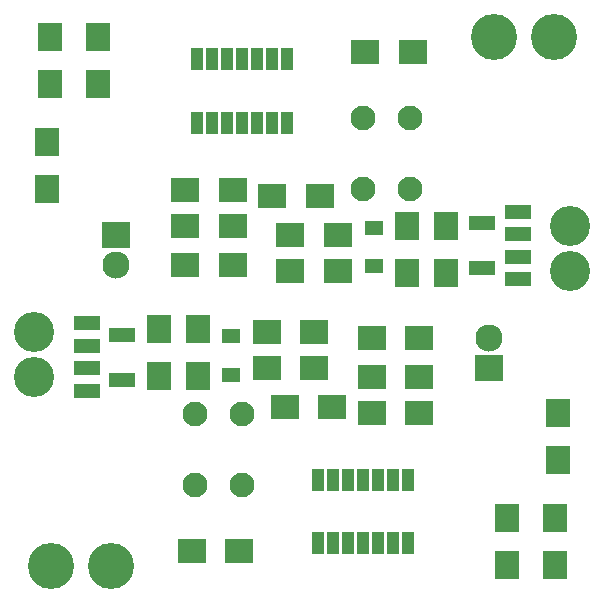
<source format=gts>
G04 #@! TF.FileFunction,Soldermask,Top*
%FSLAX46Y46*%
G04 Gerber Fmt 4.6, Leading zero omitted, Abs format (unit mm)*
G04 Created by KiCad (PCBNEW 0.201603210401+6634~43~ubuntu14.04.1-product) date mån 28 mar 2016 17:18:37*
%MOMM*%
G01*
G04 APERTURE LIST*
%ADD10C,0.050000*%
%ADD11C,3.900120*%
%ADD12C,2.100000*%
%ADD13R,2.400000X2.000000*%
%ADD14C,3.399740*%
%ADD15R,1.620000X1.310000*%
%ADD16R,2.100000X2.400000*%
%ADD17R,2.400000X2.300000*%
%ADD18C,2.300000*%
%ADD19R,2.000000X2.400000*%
%ADD20R,1.000000X1.900000*%
%ADD21R,2.200860X1.200100*%
%ADD22R,2.400000X2.100000*%
G04 APERTURE END LIST*
D10*
D11*
X108775500Y-147383500D03*
X103695500Y-147383500D03*
D12*
X119887500Y-134525500D03*
X119887500Y-140525500D03*
X115887500Y-134525500D03*
X115887500Y-140525500D03*
D13*
X115665500Y-146113500D03*
X119665500Y-146113500D03*
D14*
X102323900Y-127596900D03*
X102323900Y-131406900D03*
D15*
X118935500Y-131238500D03*
X118935500Y-127968500D03*
D16*
X146367500Y-147351500D03*
X146367500Y-143351500D03*
X142303500Y-143351500D03*
X142303500Y-147351500D03*
D17*
X140779500Y-130619500D03*
D18*
X140779500Y-128079500D03*
D19*
X146621500Y-138461500D03*
X146621500Y-134461500D03*
D13*
X130905500Y-134429500D03*
X134905500Y-134429500D03*
D20*
X133921500Y-140111500D03*
X132651500Y-140111500D03*
X131381500Y-140111500D03*
X130111500Y-140111500D03*
X128841500Y-140111500D03*
X127571500Y-140111500D03*
X126301500Y-140111500D03*
X126301500Y-145511500D03*
X127571500Y-145511500D03*
X128841500Y-145511500D03*
X130111500Y-145511500D03*
X131381500Y-145511500D03*
X132651500Y-145511500D03*
X133921500Y-145511500D03*
D19*
X112839500Y-127349500D03*
X112839500Y-131349500D03*
D21*
X106766360Y-130685500D03*
X106766360Y-132585500D03*
X109768640Y-131635500D03*
X106766360Y-126875500D03*
X106766360Y-128775500D03*
X109768640Y-127825500D03*
D16*
X116141500Y-127349500D03*
X116141500Y-131349500D03*
D22*
X126015500Y-127571500D03*
X122015500Y-127571500D03*
X134905500Y-131381500D03*
X130905500Y-131381500D03*
X130905500Y-128079500D03*
X134905500Y-128079500D03*
D13*
X127539500Y-133921500D03*
X123539500Y-133921500D03*
D22*
X122015500Y-130619500D03*
X126015500Y-130619500D03*
D13*
X119094000Y-115570000D03*
X115094000Y-115570000D03*
D19*
X137160000Y-122650000D03*
X137160000Y-118650000D03*
D13*
X122460000Y-116078000D03*
X126460000Y-116078000D03*
D19*
X103378000Y-111538000D03*
X103378000Y-115538000D03*
D13*
X134334000Y-103886000D03*
X130334000Y-103886000D03*
D15*
X131064000Y-118761000D03*
X131064000Y-122031000D03*
D17*
X109220000Y-119380000D03*
D18*
X109220000Y-121920000D03*
D21*
X143233140Y-123124000D03*
X143233140Y-121224000D03*
X140230860Y-122174000D03*
X143233140Y-119314000D03*
X143233140Y-117414000D03*
X140230860Y-118364000D03*
D22*
X119094000Y-121920000D03*
X115094000Y-121920000D03*
X115094000Y-118618000D03*
X119094000Y-118618000D03*
D16*
X133858000Y-122650000D03*
X133858000Y-118650000D03*
D22*
X127984000Y-119380000D03*
X123984000Y-119380000D03*
X123984000Y-122428000D03*
X127984000Y-122428000D03*
D16*
X107696000Y-106648000D03*
X107696000Y-102648000D03*
X103632000Y-102648000D03*
X103632000Y-106648000D03*
D12*
X130112000Y-115474000D03*
X130112000Y-109474000D03*
X134112000Y-115474000D03*
X134112000Y-109474000D03*
D20*
X116078000Y-109888000D03*
X117348000Y-109888000D03*
X118618000Y-109888000D03*
X119888000Y-109888000D03*
X121158000Y-109888000D03*
X122428000Y-109888000D03*
X123698000Y-109888000D03*
X123698000Y-104488000D03*
X122428000Y-104488000D03*
X121158000Y-104488000D03*
X119888000Y-104488000D03*
X118618000Y-104488000D03*
X117348000Y-104488000D03*
X116078000Y-104488000D03*
D14*
X147675600Y-122402600D03*
X147675600Y-118592600D03*
D11*
X141224000Y-102616000D03*
X146304000Y-102616000D03*
M02*

</source>
